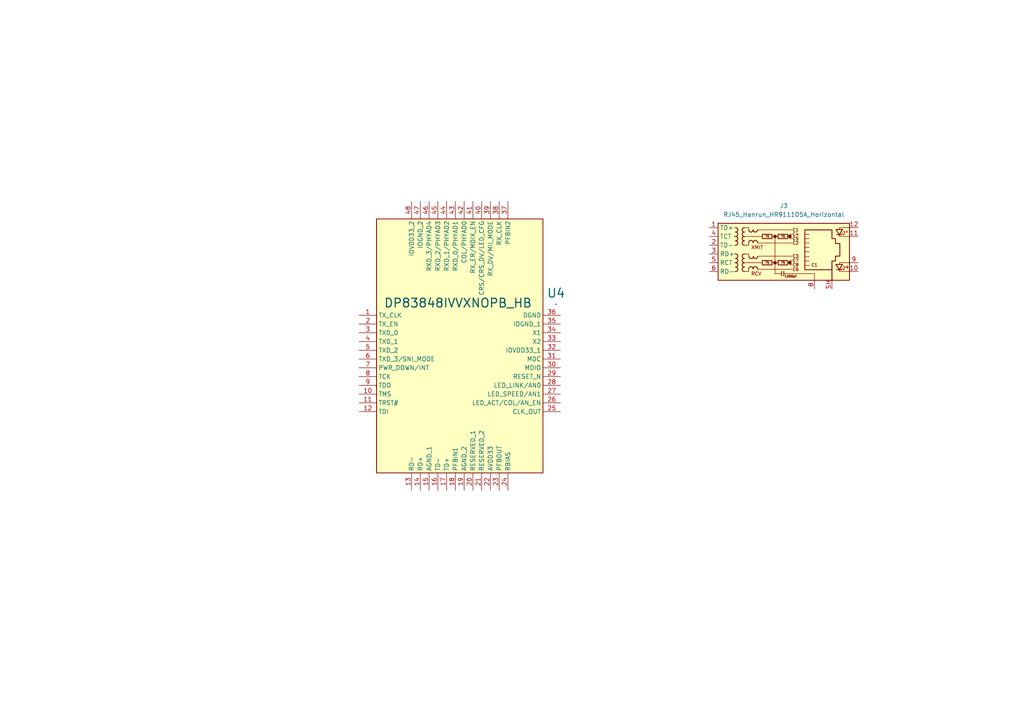
<source format=kicad_sch>
(kicad_sch (version 20250114) (generator "eeschema") (generator_version "9.0")
  (paper "A4")
  (lib_symbols
    (symbol "Connector:RJ45_Hanrun_HR911105A_Horizontal"
      (property "Reference" "J" (at 18.415 10.16 0))
      (property "Value" "RJ45_Hanrun_HR911105A_Horizontal" (at -19.05 10.16 0))
      (symbol "RJ45_Hanrun_HR911105A_Horizontal_0_0"
        (circle (center -1.27 5.08) (radius 0.0001) (stroke (width 0.508)))
        (polyline (pts (xy -1.27 5.08) (xy -1.27 -5.715)))
        (circle (center -1.27 -2.54) (radius 0.0001) (stroke (width 0.508)))
        (polyline (pts (xy 0.635 -5.08) (xy 0.635 -6.35)) (stroke (width 0.254)))
        (polyline (pts (xy 1.27 -5.08) (xy 1.27 -6.35)) (stroke (width 0.254)))
        (polyline (pts (xy 3.048 5.08) (xy 2.54 5.08)))
        (circle (center 3.048 5.08) (radius 0.0001) (stroke (width 0.508)))
        (polyline (pts (xy 3.048 -2.54) (xy 2.54 -2.54)))
        (circle (center 3.048 -2.54) (radius 0.0001) (stroke (width 0.508)))
        (polyline (pts (xy 3.683 5.715) (xy 3.048 5.715) (xy 3.048 4.445) (xy 3.683 4.445)))
        (polyline (pts (xy 3.683 -1.905) (xy 3.048 -1.905) (xy 3.048 -3.175) (xy 3.683 -3.175)))
        (polyline (pts (xy 17.399 7.112) (xy 17.399 7.62) (xy 20.32 7.62)))
        (polyline (pts (xy 17.399 -3.048) (xy 17.399 -2.54) (xy 20.32 -2.54)))
        (polyline (pts (xy 20.32 5.08) (xy 17.399 5.08) (xy 17.399 5.588)))
        (polyline (pts (xy 20.32 -5.08) (xy 17.399 -5.08) (xy 17.399 -4.572)))
        (text "XMIT" (at -8.255 1.905 0) (effects (font (size 1.016 1.016)) (justify left)))
        (text "RCV" (at -8.255 -5.715 0) (effects (font (size 1.016 1.016)) (justify left)))
        (text "C1" (at 4.699 6.985 0) (effects (font (size 0.889 0.889))))
        (text "C4" (at 4.699 5.715 0) (effects (font (size 0.889 0.889))))
        (text "C5" (at 4.699 4.445 0) (effects (font (size 0.889 0.889))))
        (text "C2" (at 4.699 3.175 0) (effects (font (size 0.889 0.889))))
        (text "C3" (at 4.699 -0.635 0) (effects (font (size 0.889 0.889))))
        (text "C7" (at 4.699 -1.905 0) (effects (font (size 0.889 0.889))))
        (text "C8" (at 4.699 -3.175 0) (effects (font (size 0.889 0.889))))
        (text "C6" (at 4.699 -4.445 0) (effects (font (size 0.889 0.889))))
        (text "C1" (at 10.16 -3.175 0) (effects (font (size 0.889 0.889))))
      )
      (symbol "RJ45_Hanrun_HR911105A_Horizontal_0_1"
        (rectangle (start -17.78 8.89) (end 20.32 -7.62) (stroke (width 0.254)) (fill (type background)))
        (polyline (pts (xy -12.7 7.62) (xy -13.081 7.62)))
        (polyline (pts (xy -12.7 5.08) (xy -13.081 5.08)))
        (polyline (pts (xy -12.7 2.54) (xy -13.081 2.54)))
        (polyline (pts (xy -12.7 0) (xy -13.081 0)))
        (polyline (pts (xy -12.7 -2.54) (xy -13.081 -2.54)))
        (polyline (pts (xy -12.7 -5.08) (xy -13.081 -5.08)))
        (polyline (pts (xy -10.16 7.62) (xy -8.89 7.62) (xy -8.89 6.985)))
        (polyline (pts (xy -10.16 0) (xy -8.89 0) (xy -8.89 -0.635)))
        (polyline (pts (xy -8.89 3.175) (xy -8.89 2.54) (xy -10.16 2.54)))
        (polyline (pts (xy -8.89 -4.445) (xy -8.89 -5.08) (xy -10.16 -5.08)))
        (polyline (pts (xy -6.35 6.985) (xy 3.683 6.985)))
        (polyline (pts (xy -6.35 3.175) (xy 3.683 3.175)))
        (polyline (pts (xy -6.35 -4.445) (xy 3.683 -4.445)))
        (polyline (pts (xy -6.223 -0.635) (xy 3.683 -0.635)))
        (polyline (pts (xy -5.08 -2.54) (xy -10.16 -2.54)))
        (polyline (pts (xy -4.953 5.08) (xy -10.16 5.08)))
        (polyline (pts (xy -2.159 5.08) (xy -0.381 5.08)))
        (polyline (pts (xy -2.159 -2.54) (xy -0.381 -2.54)))
        (polyline (pts (xy 0.635 -5.715) (xy -1.27 -5.715)))
        (polyline (pts (xy 7.366 3.175) (xy 8.636 3.175)))
        (polyline (pts (xy 7.366 1.905) (xy 8.636 1.905)))
        (polyline (pts (xy 7.366 0.635) (xy 8.636 0.635)))
        (polyline (pts (xy 7.366 -0.762) (xy 8.636 -0.762)))
        (polyline (pts (xy 7.366 -2.032) (xy 8.636 -2.032)))
        (polyline (pts (xy 8.636 5.715) (xy 7.366 5.715)))
        (polyline (pts (xy 8.636 4.445) (xy 7.366 4.445)))
        (polyline (pts (xy 8.636 -3.302) (xy 7.366 -3.302)))
        (polyline (pts (xy 10.16 -5.715) (xy 1.27 -5.715)))
        (polyline (pts (xy 10.16 -5.715) (xy 10.16 -7.62)))
      )
      (symbol "RJ45_Hanrun_HR911105A_Horizontal_1_0"
        (text "1000pF" (at 3.302 -6.477 0) (effects (font (size 0.635 0.635))))
      )
      (symbol "RJ45_Hanrun_HR911105A_Horizontal_1_1"
        (arc (start -12.7 0) (mid -12.0677 -0.635) (end -12.7 -1.27) (stroke (width 0.254)))
        (arc (start -12.6973 7.62) (mid -12.065 6.985) (end -12.6973 6.35) (stroke (width 0.254)))
        (arc (start -12.6973 -1.27) (mid -12.065 -1.905) (end -12.6973 -2.54) (stroke (width 0.254)))
        (arc (start -12.6973 -2.54) (mid -12.065 -3.175) (end -12.6973 -3.81) (stroke (width 0.254)))
        (arc (start -12.6973 -3.81) (mid -12.065 -4.445) (end -12.6973 -5.08) (stroke (width 0.254)))
        (arc (start -12.6946 6.35) (mid -12.0623 5.715) (end -12.6946 5.08) (stroke (width 0.254)))
        (arc (start -12.6946 5.08) (mid -12.0623 4.445) (end -12.6946 3.81) (stroke (width 0.254)))
        (arc (start -12.6946 3.81) (mid -12.0623 3.175) (end -12.6946 2.54) (stroke (width 0.254)))
        (arc (start -10.1654 6.35) (mid -10.7977 6.985) (end -10.1654 7.62) (stroke (width 0.254)))
        (arc (start -10.1654 5.08) (mid -10.7977 5.715) (end -10.1654 6.35) (stroke (width 0.254)))
        (arc (start -10.1654 3.81) (mid -10.7977 4.445) (end -10.1654 5.08) (stroke (width 0.254)))
        (arc (start -10.1654 -1.27) (mid -10.7977 -0.635) (end -10.1654 0) (stroke (width 0.254)))
        (arc (start -10.1654 -2.54) (mid -10.7977 -1.905) (end -10.1654 -1.27) (stroke (width 0.254)))
        (arc (start -10.1654 -3.81) (mid -10.7977 -3.175) (end -10.1654 -2.54) (stroke (width 0.254)))
        (arc (start -10.1627 2.54) (mid -10.795 3.175) (end -10.1627 3.81) (stroke (width 0.254)))
        (arc (start -10.1627 -5.08) (mid -10.795 -4.445) (end -10.1627 -3.81) (stroke (width 0.254)))
        (arc (start -7.62 6.9823) (mid -8.255 6.35) (end -8.89 6.9823) (stroke (width 0.254)))
        (arc (start -8.89 3.3047) (mid -8.255 3.937) (end -7.62 3.3047) (stroke (width 0.254)))
        (arc (start -8.89 -4.3153) (mid -8.255 -3.683) (end -7.62 -4.3153) (stroke (width 0.254)))
        (arc (start -7.5565 -0.7012) (mid -8.1915 -1.3335) (end -8.8265 -0.7012) (stroke (width 0.254)))
        (arc (start -6.35 6.985) (mid -6.985 6.3527) (end -7.62 6.985) (stroke (width 0.254)))
        (arc (start -7.62 3.3074) (mid -6.985 3.9397) (end -6.35 3.3074) (stroke (width 0.254)))
        (arc (start -7.62 -4.3126) (mid -6.985 -3.6803) (end -6.35 -4.3126) (stroke (width 0.254)))
        (arc (start -6.2865 -0.6985) (mid -6.9215 -1.3308) (end -7.5565 -0.6985) (stroke (width 0.254)))
        (rectangle (start -4.953 5.715) (end -2.159 4.445) (stroke (width 0.254)))
        (rectangle (start -4.953 -1.905) (end -2.159 -3.175) (stroke (width 0.254)))
        (rectangle (start -0.381 5.715) (end 2.413 4.445) (stroke (width 0.254)))
        (rectangle (start -0.381 -1.905) (end 2.413 -3.175) (stroke (width 0.254)))
        (polyline (pts (xy 7.366 -4.572) (xy 7.366 6.985) (xy 15.24 6.985) (xy 15.24 4.445) (xy 16.256 4.445) (xy 16.256 3.048) (xy 17.526 3.048) (xy 17.526 -0.635) (xy 16.256 -0.635) (xy 16.256 -2.032) (xy 15.24 -2.032) (xy 15.24 -4.572) (xy 7.366 -4.572)) (stroke (width 0.254)))
        (polyline (pts (xy 15.24 -7.62) (xy 15.24 -4.572)) (stroke (width 0.254)))
        (polyline (pts (xy 18.161 5.588) (xy 16.637 5.588)) (stroke (width 0.254)))
        (polyline (pts (xy 18.161 -4.572) (xy 16.637 -4.572)) (stroke (width 0.254)))
        (polyline (pts (xy 18.288 7.112) (xy 16.383 7.112) (xy 17.399 5.588) (xy 18.288 7.112)) (stroke (width 0.254)))
        (polyline (pts (xy 18.288 6.096) (xy 18.796 5.588) (xy 18.542 5.588)))
        (polyline (pts (xy 18.288 -3.048) (xy 16.383 -3.048) (xy 17.399 -4.572) (xy 18.288 -3.048)) (stroke (width 0.254)))
        (polyline (pts (xy 18.288 -4.064) (xy 18.796 -4.572) (xy 18.542 -4.572)))
        (polyline (pts (xy 18.542 6.731) (xy 19.05 6.223) (xy 18.796 6.223)))
        (polyline (pts (xy 18.542 -3.429) (xy 19.05 -3.937) (xy 18.796 -3.937)))
        (polyline (pts (xy 18.796 5.588) (xy 18.796 5.842)))
        (polyline (pts (xy 18.796 -4.572) (xy 18.796 -4.318)))
        (polyline (pts (xy 19.05 6.223) (xy 19.05 6.477)))
        (polyline (pts (xy 19.05 -3.937) (xy 19.05 -3.683)))
        (text "75" (at -3.556 5.08 0) (effects (font (size 0.635 0.635))))
        (text "75" (at -3.556 -2.54 0) (effects (font (size 0.635 0.635))))
        (text "75" (at 1.016 5.08 0) (effects (font (size 0.635 0.635))))
        (text "75" (at 1.016 -2.54 0) (effects (font (size 0.635 0.635))))
        (text "Y" (at 19.558 6.35 0) (effects (font (size 0.635 0.635))))
        (text "G" (at 19.685 -3.81 0) (effects (font (size 0.635 0.635))))
        (pin passive line (at -20.32 7.62 0) (length 2.54) (name "TD+") (number "1"))
        (pin passive line (at -20.32 5.08 0) (length 2.54) (name "TCT") (number "4"))
        (pin passive line (at -20.32 2.54 0) (length 2.54) (name "TD-") (number "2"))
        (pin passive line (at -20.32 0 0) (length 2.54) (name "RD+") (number "3"))
        (pin passive line (at -20.32 -2.54 0) (length 2.54) (name "RCT") (number "5"))
        (pin passive line (at -20.32 -5.08 0) (length 2.54) (name "RD-") (number "6"))
        (pin power_in line (at 10.16 -10.16 90) (length 2.54) (name "") (number "8"))
        (pin passive line (at 15.24 -10.16 90) (length 2.54) (name "") (number "SH"))
        (pin no_connect line (at 20.32 0 0) (length 0) (hide yes) (name "NC") (number "7"))
        (pin passive line (at 22.86 7.62 180) (length 2.54) (name "") (number "12"))
        (pin passive line (at 22.86 5.08 180) (length 2.54) (name "") (number "11"))
        (pin passive line (at 22.86 -2.54 180) (length 2.54) (name "") (number "9"))
        (pin passive line (at 22.86 -5.08 180) (length 2.54) (name "") (number "10"))
      )
    )
    (symbol "User_HB_Library:DP83848IVVXNOPB_HB"
      (property "Reference" "U" (at 19.05 40.132 0))
      (symbol "DP83848IVVXNOPB_HB_1_1"
        (rectangle (start -24.13 36.83) (end 24.13 -36.83) (stroke (width 0.254)) (fill (type background)))
        (text "DP83848IVVXNOPB_HB\n" (at -0.508 12.446 0) (effects (font (size 2.54 2.54) (thickness 0.3175))))
        (pin passive line (at -29.21 8.89 0) (length 5.08) (name "TX_CLK") (number "1"))
        (pin passive line (at -29.21 6.35 0) (length 5.08) (name "TX_EN") (number "2"))
        (pin passive line (at -29.21 3.81 0) (length 5.08) (name "TXD_0") (number "3"))
        (pin passive line (at -29.21 1.27 0) (length 5.08) (name "TXD_1") (number "4"))
        (pin passive line (at -29.21 -1.27 0) (length 5.08) (name "TXD_2") (number "5"))
        (pin passive line (at -29.21 -3.81 0) (length 5.08) (name "TXD_3/SNI_MODE") (number "6"))
        (pin passive line (at -29.21 -6.35 0) (length 5.08) (name "PWR_DOWN/INT") (number "7"))
        (pin passive line (at -29.21 -8.89 0) (length 5.08) (name "TCK") (number "8"))
        (pin passive line (at -29.21 -11.43 0) (length 5.08) (name "TDO") (number "9"))
        (pin passive line (at -29.21 -13.97 0) (length 5.08) (name "TMS") (number "10"))
        (pin passive line (at -29.21 -16.51 0) (length 5.08) (name "TRST#") (number "11"))
        (pin passive line (at -29.21 -19.05 0) (length 5.08) (name "TDI") (number "12"))
        (pin passive line (at -13.97 41.91 270) (length 5.08) (name "IOVDD33_2") (number "48"))
        (pin passive line (at -13.97 -41.91 90) (length 5.08) (name "RD-") (number "13"))
        (pin passive line (at -11.43 41.91 270) (length 5.08) (name "IOGND_2") (number "47"))
        (pin passive line (at -11.43 -41.91 90) (length 5.08) (name "RD+") (number "14"))
        (pin passive line (at -8.89 41.91 270) (length 5.08) (name "RXD_3/PHYAD4") (number "46"))
        (pin passive line (at -8.89 -41.91 90) (length 5.08) (name "AGND_1") (number "15"))
        (pin passive line (at -6.35 41.91 270) (length 5.08) (name "RXD_2/PHYAD3") (number "45"))
        (pin passive line (at -6.35 -41.91 90) (length 5.08) (name "TD-") (number "16"))
        (pin passive line (at -3.81 41.91 270) (length 5.08) (name "RXD_1/PHYAD2") (number "44"))
        (pin passive line (at -3.81 -41.91 90) (length 5.08) (name "TD+") (number "17"))
        (pin passive line (at -1.27 41.91 270) (length 5.08) (name "RXD_0/PHYAD1") (number "43"))
        (pin passive line (at -1.27 -41.91 90) (length 5.08) (name "PFBIN1") (number "18"))
        (pin passive line (at 1.27 41.91 270) (length 5.08) (name "COL/PHYAD0") (number "42"))
        (pin passive line (at 1.27 -41.91 90) (length 5.08) (name "AGND_2") (number "19"))
        (pin passive line (at 3.81 41.91 270) (length 5.08) (name "RX_ER/MDIX_EN") (number "41"))
        (pin passive line (at 3.81 -41.91 90) (length 5.08) (name "RESERVED_1") (number "20"))
        (pin passive line (at 6.35 41.91 270) (length 5.08) (name "CRS/CRS_DV/LED_CFG") (number "40"))
        (pin passive line (at 6.35 -41.91 90) (length 5.08) (name "RESERVED_2") (number "21"))
        (pin passive line (at 8.89 41.91 270) (length 5.08) (name "RX_DV/MII_MODE") (number "39"))
        (pin passive line (at 8.89 -41.91 90) (length 5.08) (name "AVDD33") (number "22"))
        (pin passive line (at 11.43 41.91 270) (length 5.08) (name "RX_CLK") (number "38"))
        (pin passive line (at 11.43 -41.91 90) (length 5.08) (name "PFBOUT") (number "23"))
        (pin passive line (at 13.97 41.91 270) (length 5.08) (name "PFBIN2") (number "37"))
        (pin passive line (at 13.97 -41.91 90) (length 5.08) (name "RBIAS") (number "24"))
        (pin passive line (at 29.21 8.89 180) (length 5.08) (name "DGND") (number "36"))
        (pin passive line (at 29.21 6.35 180) (length 5.08) (name "IOGND_1") (number "35"))
        (pin passive line (at 29.21 3.81 180) (length 5.08) (name "X1") (number "34"))
        (pin passive line (at 29.21 1.27 180) (length 5.08) (name "X2") (number "33"))
        (pin passive line (at 29.21 -1.27 180) (length 5.08) (name "IOVDD33_1") (number "32"))
        (pin passive line (at 29.21 -3.81 180) (length 5.08) (name "MDC") (number "31"))
        (pin passive line (at 29.21 -6.35 180) (length 5.08) (name "MDIO") (number "30"))
        (pin passive line (at 29.21 -8.89 180) (length 5.08) (name "RESET_N") (number "29"))
        (pin passive line (at 29.21 -11.43 180) (length 5.08) (name "LED_LINK/AN0") (number "28"))
        (pin passive line (at 29.21 -13.97 180) (length 5.08) (name "LED_SPEED/AN1") (number "27"))
        (pin passive line (at 29.21 -16.51 180) (length 5.08) (name "LED_ACT/COL/AN_EN") (number "26"))
        (pin passive line (at 29.21 -19.05 180) (length 5.08) (name "CLK_OUT") (number "25"))
      )
    )
  )
  (symbol (lib_id "Connector:RJ45_Hanrun_HR911105A_Horizontal") (at 226.06 73.66 0) (unit 1)
    (property "Reference" "J3" (at 227.33 59.69 0))
    (property "Value" "RJ45_Hanrun_HR911105A_Horizontal" (at 227.33 62.23 0))
    (property "Footprint" "Connector_RJ:RJ45_Hanrun_HR911105A_Horizontal" (effects (hide yes)))
    (property "Datasheet" "https://datasheet.lcsc.com/lcsc/1811141815_HANRUN-Zhongshan-HanRun-Elec-HR911105A_C12074.pdf" (effects (hide yes)))
    (property "Description" "1 Port RJ45 Magjack Connector Through Hole 10/100 Base-T, AutoMDIX" (effects (hide yes)))
  )
  (symbol (lib_id "User_HB_Library:DP83848IVVXNOPB_HB") (at 133.35 100.33 0) (unit 1)
    (property "Reference" "U4" (at 161.29 85.0198 0) (effects (font (size 2.54 2.54) (thickness 0.3175))))
    (property "Value" "~" (at 161.29 88.1949 0))
    (property "Footprint" "User_HB_Footprints:DP83848IVVXNOPB_HB" (effects (hide yes)))
  )
)
</source>
